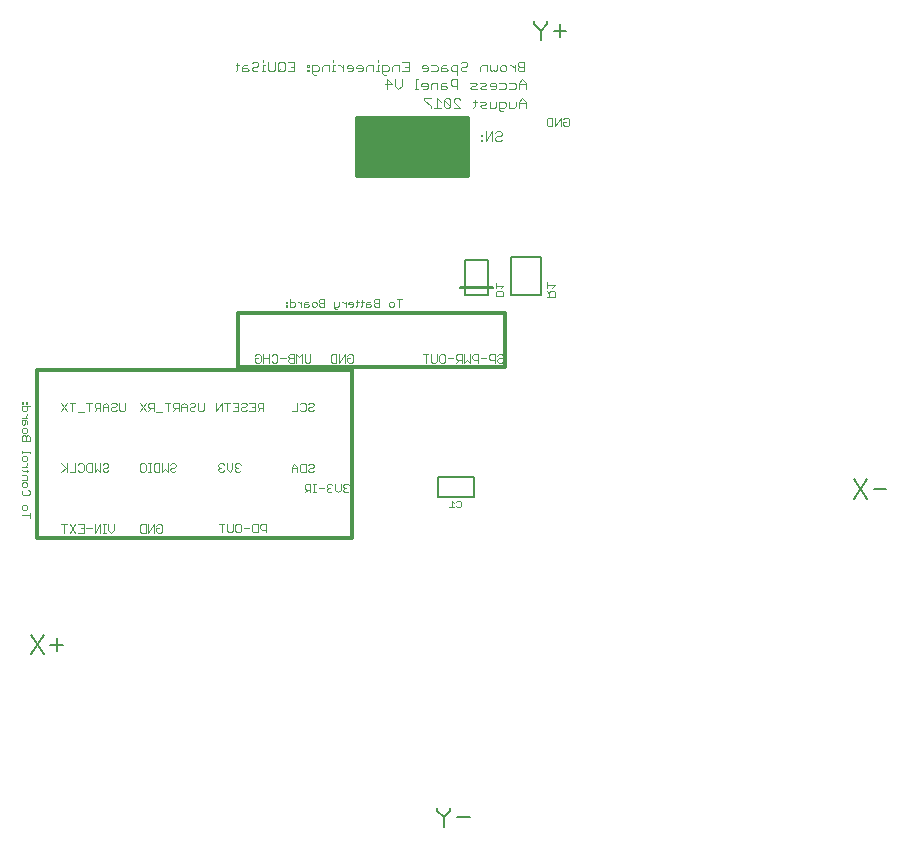
<source format=gbo>
G75*
%MOIN*%
%OFA0B0*%
%FSLAX25Y25*%
%IPPOS*%
%LPD*%
%AMOC8*
5,1,8,0,0,1.08239X$1,22.5*
%
%ADD10C,0.01000*%
%ADD11C,0.00600*%
%ADD12C,0.00300*%
%ADD13C,0.00200*%
%ADD14C,0.01181*%
%ADD15C,0.00500*%
D10*
X0232430Y0372587D02*
X0232430Y0392272D01*
X0269831Y0392272D01*
X0269831Y0372587D01*
X0232430Y0372587D01*
X0232430Y0372849D02*
X0269831Y0372849D01*
X0269831Y0373847D02*
X0232430Y0373847D01*
X0232430Y0374846D02*
X0269831Y0374846D01*
X0269831Y0375844D02*
X0232430Y0375844D01*
X0232430Y0376843D02*
X0269831Y0376843D01*
X0269831Y0377841D02*
X0232430Y0377841D01*
X0232430Y0378840D02*
X0269831Y0378840D01*
X0269831Y0379838D02*
X0232430Y0379838D01*
X0232430Y0380837D02*
X0269831Y0380837D01*
X0269831Y0381835D02*
X0232430Y0381835D01*
X0232430Y0382834D02*
X0269831Y0382834D01*
X0269831Y0383832D02*
X0232430Y0383832D01*
X0232430Y0384831D02*
X0269831Y0384831D01*
X0269831Y0385829D02*
X0232430Y0385829D01*
X0232430Y0386828D02*
X0269831Y0386828D01*
X0269831Y0387826D02*
X0232430Y0387826D01*
X0232430Y0388825D02*
X0269831Y0388825D01*
X0269831Y0389823D02*
X0232430Y0389823D01*
X0232430Y0390822D02*
X0269831Y0390822D01*
X0269831Y0391820D02*
X0232430Y0391820D01*
D11*
X0128440Y0219450D02*
X0124170Y0213045D01*
X0128440Y0213045D02*
X0124170Y0219450D01*
X0130616Y0216248D02*
X0134886Y0216248D01*
X0132751Y0218383D02*
X0132751Y0214112D01*
X0259603Y0161970D02*
X0259603Y0160902D01*
X0261738Y0158767D01*
X0261738Y0155565D01*
X0261738Y0158767D02*
X0263873Y0160902D01*
X0263873Y0161970D01*
X0266049Y0158767D02*
X0270319Y0158767D01*
X0398579Y0265013D02*
X0402850Y0271419D01*
X0405025Y0268216D02*
X0409295Y0268216D01*
X0402850Y0265013D02*
X0398579Y0271419D01*
X0300467Y0418837D02*
X0300467Y0423107D01*
X0302602Y0420972D02*
X0298332Y0420972D01*
X0296157Y0423107D02*
X0294022Y0420972D01*
X0294022Y0417769D01*
X0294022Y0420972D02*
X0291887Y0423107D01*
X0291887Y0424175D01*
X0296157Y0424175D02*
X0296157Y0423107D01*
D12*
X0288579Y0410629D02*
X0286956Y0410629D01*
X0286415Y0410088D01*
X0286415Y0409547D01*
X0286956Y0409006D01*
X0288579Y0409006D01*
X0286956Y0409006D02*
X0286415Y0408465D01*
X0286415Y0407924D01*
X0286956Y0407383D01*
X0288579Y0407383D01*
X0288579Y0410629D01*
X0285317Y0409547D02*
X0285317Y0407383D01*
X0285317Y0408465D02*
X0284234Y0409547D01*
X0283693Y0409547D01*
X0282598Y0409006D02*
X0282598Y0407924D01*
X0282057Y0407383D01*
X0280975Y0407383D01*
X0280434Y0407924D01*
X0280434Y0409006D01*
X0280975Y0409547D01*
X0282057Y0409547D01*
X0282598Y0409006D01*
X0279335Y0409547D02*
X0279335Y0407924D01*
X0278794Y0407383D01*
X0278253Y0407924D01*
X0277712Y0407383D01*
X0277171Y0407924D01*
X0277171Y0409547D01*
X0276072Y0409547D02*
X0274449Y0409547D01*
X0273908Y0409006D01*
X0273908Y0407383D01*
X0276072Y0407383D02*
X0276072Y0409547D01*
X0275381Y0403642D02*
X0273758Y0403642D01*
X0274299Y0402560D02*
X0275381Y0402560D01*
X0275922Y0403101D01*
X0275381Y0403642D01*
X0274299Y0402560D02*
X0273758Y0402019D01*
X0274299Y0401478D01*
X0275922Y0401478D01*
X0277021Y0402560D02*
X0279185Y0402560D01*
X0279185Y0403101D02*
X0278644Y0403642D01*
X0277562Y0403642D01*
X0277021Y0403101D01*
X0277021Y0402560D01*
X0277562Y0401478D02*
X0278644Y0401478D01*
X0279185Y0402019D01*
X0279185Y0403101D01*
X0280284Y0403642D02*
X0281907Y0403642D01*
X0282448Y0403101D01*
X0282448Y0402019D01*
X0281907Y0401478D01*
X0280284Y0401478D01*
X0283546Y0401478D02*
X0285169Y0401478D01*
X0285710Y0402019D01*
X0285710Y0403101D01*
X0285169Y0403642D01*
X0283546Y0403642D01*
X0286809Y0403642D02*
X0286809Y0401478D01*
X0286809Y0403101D02*
X0288973Y0403101D01*
X0288973Y0403642D02*
X0287891Y0404724D01*
X0286809Y0403642D01*
X0288973Y0403642D02*
X0288973Y0401478D01*
X0287891Y0398424D02*
X0286809Y0397342D01*
X0286809Y0395178D01*
X0285710Y0395719D02*
X0285169Y0395178D01*
X0283546Y0395178D01*
X0283546Y0397342D01*
X0282448Y0396801D02*
X0282448Y0395719D01*
X0281907Y0395178D01*
X0280284Y0395178D01*
X0280284Y0394637D02*
X0280284Y0397342D01*
X0281907Y0397342D01*
X0282448Y0396801D01*
X0281366Y0394096D02*
X0280825Y0394096D01*
X0280284Y0394637D01*
X0279185Y0395719D02*
X0278644Y0395178D01*
X0277021Y0395178D01*
X0277021Y0397342D01*
X0275922Y0396801D02*
X0275381Y0397342D01*
X0273758Y0397342D01*
X0272660Y0397342D02*
X0271578Y0397342D01*
X0272119Y0397883D02*
X0272119Y0395719D01*
X0271578Y0395178D01*
X0273758Y0395719D02*
X0274299Y0396260D01*
X0275381Y0396260D01*
X0275922Y0396801D01*
X0275922Y0395178D02*
X0274299Y0395178D01*
X0273758Y0395719D01*
X0279185Y0395719D02*
X0279185Y0397342D01*
X0285710Y0397342D02*
X0285710Y0395719D01*
X0286809Y0396801D02*
X0288973Y0396801D01*
X0288973Y0397342D02*
X0287891Y0398424D01*
X0288973Y0397342D02*
X0288973Y0395178D01*
X0281099Y0386860D02*
X0281099Y0386319D01*
X0280558Y0385778D01*
X0279476Y0385778D01*
X0278935Y0385237D01*
X0278935Y0384696D01*
X0279476Y0384155D01*
X0280558Y0384155D01*
X0281099Y0384696D01*
X0281099Y0386860D02*
X0280558Y0387401D01*
X0279476Y0387401D01*
X0278935Y0386860D01*
X0277836Y0387401D02*
X0275672Y0384155D01*
X0275672Y0387401D01*
X0274574Y0386319D02*
X0274574Y0385778D01*
X0274033Y0385778D01*
X0274033Y0386319D01*
X0274574Y0386319D01*
X0274574Y0384696D02*
X0274574Y0384155D01*
X0274033Y0384155D01*
X0274033Y0384696D01*
X0274574Y0384696D01*
X0277836Y0384155D02*
X0277836Y0387401D01*
X0267222Y0395178D02*
X0265058Y0397342D01*
X0265058Y0397883D01*
X0265599Y0398424D01*
X0266681Y0398424D01*
X0267222Y0397883D01*
X0267222Y0395178D02*
X0265058Y0395178D01*
X0263959Y0395719D02*
X0261795Y0397883D01*
X0261795Y0395719D01*
X0262336Y0395178D01*
X0263418Y0395178D01*
X0263959Y0395719D01*
X0263959Y0397883D01*
X0263418Y0398424D01*
X0262336Y0398424D01*
X0261795Y0397883D01*
X0260697Y0397342D02*
X0259615Y0398424D01*
X0259615Y0395178D01*
X0260697Y0395178D02*
X0258533Y0395178D01*
X0257434Y0395178D02*
X0257434Y0395719D01*
X0255270Y0397883D01*
X0255270Y0398424D01*
X0257434Y0398424D01*
X0257445Y0401478D02*
X0257445Y0403101D01*
X0257986Y0403642D01*
X0259609Y0403642D01*
X0259609Y0401478D01*
X0260708Y0401478D02*
X0262331Y0401478D01*
X0262872Y0402019D01*
X0262331Y0402560D01*
X0260708Y0402560D01*
X0260708Y0403101D02*
X0260708Y0401478D01*
X0260708Y0403101D02*
X0261249Y0403642D01*
X0262331Y0403642D01*
X0263970Y0404183D02*
X0263970Y0403101D01*
X0264511Y0402560D01*
X0266134Y0402560D01*
X0266134Y0401478D02*
X0266134Y0404724D01*
X0264511Y0404724D01*
X0263970Y0404183D01*
X0266285Y0406301D02*
X0266285Y0409547D01*
X0264662Y0409547D01*
X0264120Y0409006D01*
X0264120Y0407924D01*
X0264662Y0407383D01*
X0266285Y0407383D01*
X0267383Y0407924D02*
X0267924Y0407383D01*
X0269006Y0407383D01*
X0269547Y0407924D01*
X0269006Y0409006D02*
X0267924Y0409006D01*
X0267383Y0408465D01*
X0267383Y0407924D01*
X0269006Y0409006D02*
X0269547Y0409547D01*
X0269547Y0410088D01*
X0269006Y0410629D01*
X0267924Y0410629D01*
X0267383Y0410088D01*
X0263022Y0407924D02*
X0262481Y0408465D01*
X0260858Y0408465D01*
X0260858Y0409006D02*
X0260858Y0407383D01*
X0262481Y0407383D01*
X0263022Y0407924D01*
X0262481Y0409547D02*
X0261399Y0409547D01*
X0260858Y0409006D01*
X0259759Y0409006D02*
X0259759Y0407924D01*
X0259218Y0407383D01*
X0257595Y0407383D01*
X0256497Y0407924D02*
X0256497Y0409006D01*
X0255956Y0409547D01*
X0254874Y0409547D01*
X0254333Y0409006D01*
X0254333Y0408465D01*
X0256497Y0408465D01*
X0256497Y0407924D02*
X0255956Y0407383D01*
X0254874Y0407383D01*
X0253084Y0404724D02*
X0252543Y0404724D01*
X0252543Y0401478D01*
X0253084Y0401478D02*
X0252002Y0401478D01*
X0254183Y0402560D02*
X0256347Y0402560D01*
X0256347Y0403101D02*
X0255806Y0403642D01*
X0254724Y0403642D01*
X0254183Y0403101D01*
X0254183Y0402560D01*
X0254724Y0401478D02*
X0255806Y0401478D01*
X0256347Y0402019D01*
X0256347Y0403101D01*
X0257595Y0409547D02*
X0259218Y0409547D01*
X0259759Y0409006D01*
X0249971Y0409006D02*
X0248889Y0409006D01*
X0249971Y0407383D02*
X0247807Y0407383D01*
X0246709Y0407383D02*
X0246709Y0409547D01*
X0245086Y0409547D01*
X0244545Y0409006D01*
X0244545Y0407383D01*
X0243446Y0407924D02*
X0242905Y0407383D01*
X0241282Y0407383D01*
X0241282Y0406842D02*
X0241282Y0409547D01*
X0242905Y0409547D01*
X0243446Y0409006D01*
X0243446Y0407924D01*
X0242364Y0406301D02*
X0241823Y0406301D01*
X0241282Y0406842D01*
X0240184Y0407383D02*
X0239102Y0407383D01*
X0239643Y0407383D02*
X0239643Y0409547D01*
X0240184Y0409547D01*
X0239643Y0410629D02*
X0239643Y0411170D01*
X0238008Y0409547D02*
X0236385Y0409547D01*
X0235844Y0409006D01*
X0235844Y0407383D01*
X0234746Y0407924D02*
X0234746Y0409006D01*
X0234205Y0409547D01*
X0233123Y0409547D01*
X0232582Y0409006D01*
X0232582Y0408465D01*
X0234746Y0408465D01*
X0234746Y0407924D02*
X0234205Y0407383D01*
X0233123Y0407383D01*
X0231483Y0407924D02*
X0231483Y0409006D01*
X0230942Y0409547D01*
X0229860Y0409547D01*
X0229319Y0409006D01*
X0229319Y0408465D01*
X0231483Y0408465D01*
X0231483Y0407924D02*
X0230942Y0407383D01*
X0229860Y0407383D01*
X0228221Y0407383D02*
X0228221Y0409547D01*
X0228221Y0408465D02*
X0227139Y0409547D01*
X0226598Y0409547D01*
X0225502Y0409547D02*
X0224961Y0409547D01*
X0224961Y0407383D01*
X0225502Y0407383D02*
X0224420Y0407383D01*
X0223327Y0407383D02*
X0223327Y0409547D01*
X0221704Y0409547D01*
X0221163Y0409006D01*
X0221163Y0407383D01*
X0220064Y0407924D02*
X0219523Y0407383D01*
X0217900Y0407383D01*
X0217900Y0406842D02*
X0217900Y0409547D01*
X0219523Y0409547D01*
X0220064Y0409006D01*
X0220064Y0407924D01*
X0218982Y0406301D02*
X0218441Y0406301D01*
X0217900Y0406842D01*
X0216801Y0407383D02*
X0216801Y0407924D01*
X0216260Y0407924D01*
X0216260Y0407383D01*
X0216801Y0407383D01*
X0216801Y0409006D02*
X0216801Y0409547D01*
X0216260Y0409547D01*
X0216260Y0409006D01*
X0216801Y0409006D01*
X0211907Y0409006D02*
X0210825Y0409006D01*
X0211907Y0407383D02*
X0209743Y0407383D01*
X0208645Y0407924D02*
X0208104Y0407383D01*
X0207022Y0407383D01*
X0206481Y0407924D01*
X0206481Y0410088D01*
X0207022Y0410629D01*
X0208104Y0410629D01*
X0208645Y0410088D01*
X0208645Y0407924D01*
X0207563Y0408465D02*
X0206481Y0407383D01*
X0205382Y0407924D02*
X0205382Y0410629D01*
X0203218Y0410629D02*
X0203218Y0407924D01*
X0203759Y0407383D01*
X0204841Y0407383D01*
X0205382Y0407924D01*
X0202120Y0407383D02*
X0201038Y0407383D01*
X0201579Y0407383D02*
X0201579Y0409547D01*
X0202120Y0409547D01*
X0201579Y0410629D02*
X0201579Y0411170D01*
X0199945Y0410088D02*
X0199945Y0409547D01*
X0199404Y0409006D01*
X0198322Y0409006D01*
X0197780Y0408465D01*
X0197780Y0407924D01*
X0198322Y0407383D01*
X0199404Y0407383D01*
X0199945Y0407924D01*
X0199945Y0410088D02*
X0199404Y0410629D01*
X0198322Y0410629D01*
X0197780Y0410088D01*
X0196141Y0409547D02*
X0195059Y0409547D01*
X0194518Y0409006D01*
X0194518Y0407383D01*
X0196141Y0407383D01*
X0196682Y0407924D01*
X0196141Y0408465D01*
X0194518Y0408465D01*
X0193419Y0409547D02*
X0192337Y0409547D01*
X0192878Y0410088D02*
X0192878Y0407924D01*
X0192337Y0407383D01*
X0209743Y0410629D02*
X0211907Y0410629D01*
X0211907Y0407383D01*
X0224961Y0410629D02*
X0224961Y0411170D01*
X0238008Y0409547D02*
X0238008Y0407383D01*
X0242761Y0404724D02*
X0244384Y0403101D01*
X0242220Y0403101D01*
X0242761Y0401478D02*
X0242761Y0404724D01*
X0245482Y0404724D02*
X0245482Y0402560D01*
X0246564Y0401478D01*
X0247646Y0402560D01*
X0247646Y0404724D01*
X0249971Y0407383D02*
X0249971Y0410629D01*
X0247807Y0410629D01*
X0270496Y0403642D02*
X0272119Y0403642D01*
X0272660Y0403101D01*
X0272119Y0402560D01*
X0271037Y0402560D01*
X0270496Y0402019D01*
X0271037Y0401478D01*
X0272660Y0401478D01*
X0295966Y0337093D02*
X0295966Y0335192D01*
X0295966Y0336142D02*
X0298818Y0336142D01*
X0297867Y0335192D01*
X0297392Y0334193D02*
X0296916Y0333718D01*
X0296916Y0332292D01*
X0296916Y0333242D02*
X0295966Y0334193D01*
X0297392Y0334193D02*
X0298342Y0334193D01*
X0298818Y0333718D01*
X0298818Y0332292D01*
X0295966Y0332292D01*
D13*
X0281545Y0332530D02*
X0281545Y0333809D01*
X0281118Y0334235D01*
X0279413Y0334235D01*
X0278987Y0333809D01*
X0278987Y0332530D01*
X0281545Y0332530D01*
X0280692Y0335068D02*
X0281545Y0335920D01*
X0278987Y0335920D01*
X0278987Y0335068D02*
X0278987Y0336773D01*
X0278687Y0313159D02*
X0277286Y0313159D01*
X0276819Y0312692D01*
X0276819Y0311758D01*
X0277286Y0311291D01*
X0278687Y0311291D01*
X0279581Y0311291D02*
X0279581Y0310824D01*
X0280048Y0310357D01*
X0280983Y0310357D01*
X0281450Y0310824D01*
X0280983Y0311758D02*
X0280048Y0311758D01*
X0279581Y0311291D01*
X0278687Y0310357D02*
X0278687Y0313159D01*
X0279581Y0312692D02*
X0280048Y0313159D01*
X0280983Y0313159D01*
X0281450Y0312692D01*
X0281450Y0312225D01*
X0280983Y0311758D01*
X0275925Y0311758D02*
X0274057Y0311758D01*
X0273163Y0311291D02*
X0271761Y0311291D01*
X0271294Y0311758D01*
X0271294Y0312692D01*
X0271761Y0313159D01*
X0273163Y0313159D01*
X0273163Y0310357D01*
X0270400Y0310357D02*
X0269466Y0311291D01*
X0268532Y0310357D01*
X0268532Y0313159D01*
X0267638Y0313159D02*
X0266237Y0313159D01*
X0265770Y0312692D01*
X0265770Y0311758D01*
X0266237Y0311291D01*
X0267638Y0311291D01*
X0266704Y0311291D02*
X0265770Y0310357D01*
X0264875Y0311758D02*
X0263007Y0311758D01*
X0262113Y0312692D02*
X0262113Y0310824D01*
X0261646Y0310357D01*
X0260712Y0310357D01*
X0260245Y0310824D01*
X0260245Y0312692D01*
X0260712Y0313159D01*
X0261646Y0313159D01*
X0262113Y0312692D01*
X0259351Y0313159D02*
X0259351Y0310824D01*
X0258884Y0310357D01*
X0257950Y0310357D01*
X0257483Y0310824D01*
X0257483Y0313159D01*
X0256588Y0313159D02*
X0254720Y0313159D01*
X0255654Y0313159D02*
X0255654Y0310357D01*
X0267638Y0310357D02*
X0267638Y0313159D01*
X0270400Y0313159D02*
X0270400Y0310357D01*
X0246832Y0328987D02*
X0246832Y0331545D01*
X0247684Y0331545D02*
X0245979Y0331545D01*
X0244720Y0330692D02*
X0245147Y0330266D01*
X0245147Y0329413D01*
X0244720Y0328987D01*
X0243868Y0328987D01*
X0243441Y0329413D01*
X0243441Y0330266D01*
X0243868Y0330692D01*
X0244720Y0330692D01*
X0240071Y0330266D02*
X0238792Y0330266D01*
X0238366Y0329839D01*
X0238366Y0329413D01*
X0238792Y0328987D01*
X0240071Y0328987D01*
X0240071Y0331545D01*
X0238792Y0331545D01*
X0238366Y0331118D01*
X0238366Y0330692D01*
X0238792Y0330266D01*
X0237534Y0329413D02*
X0237108Y0329839D01*
X0235828Y0329839D01*
X0235828Y0330266D02*
X0235828Y0328987D01*
X0237108Y0328987D01*
X0237534Y0329413D01*
X0237108Y0330692D02*
X0236255Y0330692D01*
X0235828Y0330266D01*
X0234996Y0330692D02*
X0234144Y0330692D01*
X0234570Y0331118D02*
X0234570Y0329413D01*
X0234144Y0328987D01*
X0232878Y0329413D02*
X0232452Y0328987D01*
X0232878Y0329413D02*
X0232878Y0331118D01*
X0232452Y0330692D02*
X0233305Y0330692D01*
X0231613Y0330266D02*
X0231186Y0330692D01*
X0230334Y0330692D01*
X0229907Y0330266D01*
X0229907Y0329839D01*
X0231613Y0329839D01*
X0231613Y0329413D02*
X0231613Y0330266D01*
X0231613Y0329413D02*
X0231186Y0328987D01*
X0230334Y0328987D01*
X0229075Y0328987D02*
X0229075Y0330692D01*
X0228223Y0330692D02*
X0229075Y0329839D01*
X0228223Y0330692D02*
X0227796Y0330692D01*
X0226961Y0330692D02*
X0226961Y0329413D01*
X0226534Y0328987D01*
X0225255Y0328987D01*
X0225255Y0328560D02*
X0225681Y0328134D01*
X0226108Y0328134D01*
X0225255Y0328560D02*
X0225255Y0330692D01*
X0221885Y0330266D02*
X0220606Y0330266D01*
X0220180Y0329839D01*
X0220180Y0329413D01*
X0220606Y0328987D01*
X0221885Y0328987D01*
X0221885Y0331545D01*
X0220606Y0331545D01*
X0220180Y0331118D01*
X0220180Y0330692D01*
X0220606Y0330266D01*
X0219348Y0330266D02*
X0219348Y0329413D01*
X0218921Y0328987D01*
X0218069Y0328987D01*
X0217642Y0329413D01*
X0217642Y0330266D01*
X0218069Y0330692D01*
X0218921Y0330692D01*
X0219348Y0330266D01*
X0216810Y0329413D02*
X0216384Y0329839D01*
X0215105Y0329839D01*
X0215105Y0330266D02*
X0215105Y0328987D01*
X0216384Y0328987D01*
X0216810Y0329413D01*
X0216384Y0330692D02*
X0215531Y0330692D01*
X0215105Y0330266D01*
X0214273Y0330692D02*
X0214273Y0328987D01*
X0214273Y0329839D02*
X0213420Y0330692D01*
X0212994Y0330692D01*
X0212158Y0330266D02*
X0211732Y0330692D01*
X0210452Y0330692D01*
X0209620Y0330692D02*
X0209620Y0330266D01*
X0209194Y0330266D01*
X0209194Y0330692D01*
X0209620Y0330692D01*
X0210452Y0331545D02*
X0210452Y0328987D01*
X0211732Y0328987D01*
X0212158Y0329413D01*
X0212158Y0330266D01*
X0209620Y0329413D02*
X0209620Y0328987D01*
X0209194Y0328987D01*
X0209194Y0329413D01*
X0209620Y0329413D01*
X0210331Y0313159D02*
X0209864Y0312692D01*
X0209864Y0312225D01*
X0210331Y0311758D01*
X0211732Y0311758D01*
X0210331Y0311758D02*
X0209864Y0311291D01*
X0209864Y0310824D01*
X0210331Y0310357D01*
X0211732Y0310357D01*
X0211732Y0313159D01*
X0210331Y0313159D01*
X0208970Y0311758D02*
X0207102Y0311758D01*
X0206208Y0312692D02*
X0206208Y0310824D01*
X0205741Y0310357D01*
X0204806Y0310357D01*
X0204339Y0310824D01*
X0203445Y0310357D02*
X0203445Y0313159D01*
X0204339Y0312692D02*
X0204806Y0313159D01*
X0205741Y0313159D01*
X0206208Y0312692D01*
X0203445Y0311758D02*
X0201577Y0311758D01*
X0200683Y0312692D02*
X0200683Y0310824D01*
X0200216Y0310357D01*
X0199282Y0310357D01*
X0198815Y0310824D01*
X0198815Y0311758D01*
X0199749Y0311758D01*
X0200683Y0312692D02*
X0200216Y0313159D01*
X0199282Y0313159D01*
X0198815Y0312692D01*
X0201577Y0313159D02*
X0201577Y0310357D01*
X0212626Y0310357D02*
X0212626Y0313159D01*
X0213561Y0312225D01*
X0214495Y0313159D01*
X0214495Y0310357D01*
X0215389Y0310824D02*
X0215389Y0313159D01*
X0217257Y0313159D02*
X0217257Y0310824D01*
X0216790Y0310357D01*
X0215856Y0310357D01*
X0215389Y0310824D01*
X0224085Y0310824D02*
X0224085Y0312692D01*
X0224552Y0313159D01*
X0225953Y0313159D01*
X0225953Y0310357D01*
X0224552Y0310357D01*
X0224085Y0310824D01*
X0226847Y0310357D02*
X0226847Y0313159D01*
X0228715Y0313159D02*
X0226847Y0310357D01*
X0228715Y0310357D02*
X0228715Y0313159D01*
X0229610Y0312692D02*
X0230077Y0313159D01*
X0231011Y0313159D01*
X0231478Y0312692D01*
X0231478Y0310824D01*
X0231011Y0310357D01*
X0230077Y0310357D01*
X0229610Y0310824D01*
X0229610Y0311758D01*
X0230544Y0311758D01*
X0217945Y0297017D02*
X0218412Y0296550D01*
X0218412Y0296083D01*
X0217945Y0295616D01*
X0217011Y0295616D01*
X0216544Y0295149D01*
X0216544Y0294682D01*
X0217011Y0294215D01*
X0217945Y0294215D01*
X0218412Y0294682D01*
X0217945Y0297017D02*
X0217011Y0297017D01*
X0216544Y0296550D01*
X0215650Y0296550D02*
X0215650Y0294682D01*
X0215183Y0294215D01*
X0214249Y0294215D01*
X0213782Y0294682D01*
X0212888Y0294215D02*
X0211019Y0294215D01*
X0212888Y0294215D02*
X0212888Y0297017D01*
X0213782Y0296550D02*
X0214249Y0297017D01*
X0215183Y0297017D01*
X0215650Y0296550D01*
X0201503Y0297017D02*
X0201503Y0294215D01*
X0201503Y0295149D02*
X0200101Y0295149D01*
X0199634Y0295616D01*
X0199634Y0296550D01*
X0200101Y0297017D01*
X0201503Y0297017D01*
X0200568Y0295149D02*
X0199634Y0294215D01*
X0198740Y0294215D02*
X0196872Y0294215D01*
X0195978Y0294682D02*
X0195511Y0294215D01*
X0194577Y0294215D01*
X0194110Y0294682D01*
X0194110Y0295149D01*
X0194577Y0295616D01*
X0195511Y0295616D01*
X0195978Y0296083D01*
X0195978Y0296550D01*
X0195511Y0297017D01*
X0194577Y0297017D01*
X0194110Y0296550D01*
X0193215Y0297017D02*
X0193215Y0294215D01*
X0191347Y0294215D01*
X0192281Y0295616D02*
X0193215Y0295616D01*
X0193215Y0297017D02*
X0191347Y0297017D01*
X0190453Y0297017D02*
X0188585Y0297017D01*
X0187691Y0297017D02*
X0185822Y0294215D01*
X0185822Y0297017D01*
X0187691Y0297017D02*
X0187691Y0294215D01*
X0189519Y0294215D02*
X0189519Y0297017D01*
X0196872Y0297017D02*
X0198740Y0297017D01*
X0198740Y0294215D01*
X0198740Y0295616D02*
X0197806Y0295616D01*
X0181634Y0294682D02*
X0181166Y0294215D01*
X0180232Y0294215D01*
X0179765Y0294682D01*
X0179765Y0297017D01*
X0178871Y0296550D02*
X0178871Y0296083D01*
X0178404Y0295616D01*
X0177470Y0295616D01*
X0177003Y0295149D01*
X0177003Y0294682D01*
X0177470Y0294215D01*
X0178404Y0294215D01*
X0178871Y0294682D01*
X0178871Y0296550D02*
X0178404Y0297017D01*
X0177470Y0297017D01*
X0177003Y0296550D01*
X0176109Y0296083D02*
X0175175Y0297017D01*
X0174241Y0296083D01*
X0174241Y0294215D01*
X0173346Y0294215D02*
X0173346Y0297017D01*
X0171945Y0297017D01*
X0171478Y0296550D01*
X0171478Y0295616D01*
X0171945Y0295149D01*
X0173346Y0295149D01*
X0172412Y0295149D02*
X0171478Y0294215D01*
X0169650Y0294215D02*
X0169650Y0297017D01*
X0170584Y0297017D02*
X0168716Y0297017D01*
X0167822Y0293748D02*
X0165954Y0293748D01*
X0165059Y0294215D02*
X0165059Y0297017D01*
X0163658Y0297017D01*
X0163191Y0296550D01*
X0163191Y0295616D01*
X0163658Y0295149D01*
X0165059Y0295149D01*
X0164125Y0295149D02*
X0163191Y0294215D01*
X0162297Y0294215D02*
X0160429Y0297017D01*
X0162297Y0297017D02*
X0160429Y0294215D01*
X0155452Y0294682D02*
X0155452Y0297017D01*
X0153584Y0297017D02*
X0153584Y0294682D01*
X0154051Y0294215D01*
X0154985Y0294215D01*
X0155452Y0294682D01*
X0152690Y0294682D02*
X0152223Y0294215D01*
X0151289Y0294215D01*
X0150822Y0294682D01*
X0150822Y0295149D01*
X0151289Y0295616D01*
X0152223Y0295616D01*
X0152690Y0296083D01*
X0152690Y0296550D01*
X0152223Y0297017D01*
X0151289Y0297017D01*
X0150822Y0296550D01*
X0149928Y0296083D02*
X0148994Y0297017D01*
X0148059Y0296083D01*
X0148059Y0294215D01*
X0147165Y0294215D02*
X0147165Y0297017D01*
X0145764Y0297017D01*
X0145297Y0296550D01*
X0145297Y0295616D01*
X0145764Y0295149D01*
X0147165Y0295149D01*
X0146231Y0295149D02*
X0145297Y0294215D01*
X0143469Y0294215D02*
X0143469Y0297017D01*
X0144403Y0297017D02*
X0142535Y0297017D01*
X0141641Y0293748D02*
X0139772Y0293748D01*
X0137944Y0294215D02*
X0137944Y0297017D01*
X0138878Y0297017D02*
X0137010Y0297017D01*
X0136116Y0297017D02*
X0134248Y0294215D01*
X0136116Y0294215D02*
X0134248Y0297017D01*
X0123671Y0295783D02*
X0121113Y0295783D01*
X0121113Y0294504D01*
X0121539Y0294078D01*
X0122392Y0294078D01*
X0122818Y0294504D01*
X0122818Y0295783D01*
X0122818Y0296615D02*
X0122392Y0296615D01*
X0122392Y0297042D01*
X0122818Y0297042D01*
X0122818Y0296615D01*
X0121539Y0296615D02*
X0121113Y0296615D01*
X0121113Y0297042D01*
X0121539Y0297042D01*
X0121539Y0296615D01*
X0122818Y0293242D02*
X0122818Y0292816D01*
X0121965Y0291963D01*
X0121965Y0291131D02*
X0121965Y0289852D01*
X0121539Y0289426D01*
X0121113Y0289852D01*
X0121113Y0291131D01*
X0122392Y0291131D01*
X0122818Y0290705D01*
X0122818Y0289852D01*
X0122392Y0288593D02*
X0122818Y0288167D01*
X0122818Y0287314D01*
X0122392Y0286888D01*
X0121539Y0286888D01*
X0121113Y0287314D01*
X0121113Y0288167D01*
X0121539Y0288593D01*
X0122392Y0288593D01*
X0122818Y0286056D02*
X0122392Y0285629D01*
X0122392Y0284350D01*
X0123671Y0284350D02*
X0123671Y0285629D01*
X0123244Y0286056D01*
X0122818Y0286056D01*
X0122392Y0285629D02*
X0121965Y0286056D01*
X0121539Y0286056D01*
X0121113Y0285629D01*
X0121113Y0284350D01*
X0123671Y0284350D01*
X0123671Y0280547D02*
X0121113Y0280547D01*
X0121113Y0280121D02*
X0121113Y0280974D01*
X0121539Y0279289D02*
X0122392Y0279289D01*
X0122818Y0278862D01*
X0122818Y0278010D01*
X0122392Y0277583D01*
X0121539Y0277583D01*
X0121113Y0278010D01*
X0121113Y0278862D01*
X0121539Y0279289D01*
X0123671Y0280121D02*
X0123671Y0280547D01*
X0122818Y0276748D02*
X0122818Y0276321D01*
X0121965Y0275469D01*
X0121113Y0275469D02*
X0122818Y0275469D01*
X0122818Y0274630D02*
X0122818Y0273777D01*
X0123244Y0274203D02*
X0121539Y0274203D01*
X0121113Y0274630D01*
X0121113Y0272945D02*
X0122392Y0272945D01*
X0122818Y0272518D01*
X0122818Y0271239D01*
X0121113Y0271239D01*
X0121539Y0270407D02*
X0122392Y0270407D01*
X0122818Y0269981D01*
X0122818Y0269128D01*
X0122392Y0268702D01*
X0121539Y0268702D01*
X0121113Y0269128D01*
X0121113Y0269981D01*
X0121539Y0270407D01*
X0121539Y0267870D02*
X0121113Y0267443D01*
X0121113Y0266591D01*
X0121539Y0266164D01*
X0123244Y0266164D01*
X0123671Y0266591D01*
X0123671Y0267443D01*
X0123244Y0267870D01*
X0122392Y0262794D02*
X0122818Y0262368D01*
X0122818Y0261515D01*
X0122392Y0261089D01*
X0121539Y0261089D01*
X0121113Y0261515D01*
X0121113Y0262368D01*
X0121539Y0262794D01*
X0122392Y0262794D01*
X0123671Y0260257D02*
X0123671Y0258551D01*
X0123671Y0259404D02*
X0121113Y0259404D01*
X0134248Y0256466D02*
X0136116Y0256466D01*
X0137010Y0256466D02*
X0138878Y0253664D01*
X0139772Y0253664D02*
X0141641Y0253664D01*
X0141641Y0256466D01*
X0139772Y0256466D01*
X0138878Y0256466D02*
X0137010Y0253664D01*
X0135182Y0253664D02*
X0135182Y0256466D01*
X0140707Y0255065D02*
X0141641Y0255065D01*
X0142535Y0255065D02*
X0144403Y0255065D01*
X0145297Y0253664D02*
X0145297Y0256466D01*
X0147165Y0256466D02*
X0145297Y0253664D01*
X0147165Y0253664D02*
X0147165Y0256466D01*
X0148073Y0256466D02*
X0149007Y0256466D01*
X0148540Y0256466D02*
X0148540Y0253664D01*
X0149007Y0253664D02*
X0148073Y0253664D01*
X0149901Y0254598D02*
X0149901Y0256466D01*
X0149901Y0254598D02*
X0150835Y0253664D01*
X0151769Y0254598D01*
X0151769Y0256466D01*
X0160429Y0255999D02*
X0160896Y0256466D01*
X0162297Y0256466D01*
X0162297Y0253664D01*
X0160896Y0253664D01*
X0160429Y0254131D01*
X0160429Y0255999D01*
X0163191Y0256466D02*
X0163191Y0253664D01*
X0165059Y0256466D01*
X0165059Y0253664D01*
X0165953Y0254131D02*
X0165953Y0255065D01*
X0166888Y0255065D01*
X0167822Y0255999D02*
X0167822Y0254131D01*
X0167355Y0253664D01*
X0166421Y0253664D01*
X0165953Y0254131D01*
X0165953Y0255999D02*
X0166421Y0256466D01*
X0167355Y0256466D01*
X0167822Y0255999D01*
X0186753Y0256517D02*
X0188621Y0256517D01*
X0189516Y0256517D02*
X0189516Y0254182D01*
X0189983Y0253715D01*
X0190917Y0253715D01*
X0191384Y0254182D01*
X0191384Y0256517D01*
X0192278Y0256050D02*
X0192745Y0256517D01*
X0193679Y0256517D01*
X0194146Y0256050D01*
X0194146Y0254182D01*
X0193679Y0253715D01*
X0192745Y0253715D01*
X0192278Y0254182D01*
X0192278Y0256050D01*
X0195040Y0255116D02*
X0196909Y0255116D01*
X0197803Y0256050D02*
X0198270Y0256517D01*
X0199671Y0256517D01*
X0199671Y0253715D01*
X0198270Y0253715D01*
X0197803Y0254182D01*
X0197803Y0256050D01*
X0200565Y0256050D02*
X0200565Y0255116D01*
X0201032Y0254649D01*
X0202433Y0254649D01*
X0202433Y0253715D02*
X0202433Y0256517D01*
X0201032Y0256517D01*
X0200565Y0256050D01*
X0215366Y0267057D02*
X0216300Y0267992D01*
X0215833Y0267992D02*
X0217234Y0267992D01*
X0217234Y0267057D02*
X0217234Y0269860D01*
X0215833Y0269860D01*
X0215366Y0269393D01*
X0215366Y0268459D01*
X0215833Y0267992D01*
X0218142Y0267057D02*
X0219076Y0267057D01*
X0218609Y0267057D02*
X0218609Y0269860D01*
X0219076Y0269860D02*
X0218142Y0269860D01*
X0219970Y0268459D02*
X0221838Y0268459D01*
X0222732Y0268926D02*
X0223199Y0268459D01*
X0222732Y0267992D01*
X0222732Y0267525D01*
X0223199Y0267057D01*
X0224133Y0267057D01*
X0224600Y0267525D01*
X0225495Y0267992D02*
X0225495Y0269860D01*
X0224600Y0269393D02*
X0224133Y0269860D01*
X0223199Y0269860D01*
X0222732Y0269393D01*
X0222732Y0268926D01*
X0223199Y0268459D02*
X0223666Y0268459D01*
X0225495Y0267992D02*
X0226429Y0267057D01*
X0227363Y0267992D01*
X0227363Y0269860D01*
X0228257Y0269393D02*
X0228257Y0268926D01*
X0228724Y0268459D01*
X0228257Y0267992D01*
X0228257Y0267525D01*
X0228724Y0267057D01*
X0229658Y0267057D01*
X0230125Y0267525D01*
X0229191Y0268459D02*
X0228724Y0268459D01*
X0228257Y0269393D02*
X0228724Y0269860D01*
X0229658Y0269860D01*
X0230125Y0269393D01*
X0218412Y0274210D02*
X0217945Y0273743D01*
X0217011Y0273743D01*
X0216544Y0274210D01*
X0216544Y0274677D01*
X0217011Y0275144D01*
X0217945Y0275144D01*
X0218412Y0275611D01*
X0218412Y0276078D01*
X0217945Y0276545D01*
X0217011Y0276545D01*
X0216544Y0276078D01*
X0215650Y0276545D02*
X0214249Y0276545D01*
X0213782Y0276078D01*
X0213782Y0274210D01*
X0214249Y0273743D01*
X0215650Y0273743D01*
X0215650Y0276545D01*
X0212888Y0275611D02*
X0211953Y0276545D01*
X0211019Y0275611D01*
X0211019Y0273743D01*
X0211019Y0275144D02*
X0212888Y0275144D01*
X0212888Y0275611D02*
X0212888Y0273743D01*
X0194003Y0274406D02*
X0193536Y0273939D01*
X0192602Y0273939D01*
X0192135Y0274406D01*
X0192135Y0274873D01*
X0192602Y0275341D01*
X0193069Y0275341D01*
X0192602Y0275341D02*
X0192135Y0275808D01*
X0192135Y0276275D01*
X0192602Y0276742D01*
X0193536Y0276742D01*
X0194003Y0276275D01*
X0191240Y0276742D02*
X0191240Y0274873D01*
X0190306Y0273939D01*
X0189372Y0274873D01*
X0189372Y0276742D01*
X0188478Y0276275D02*
X0188011Y0276742D01*
X0187077Y0276742D01*
X0186610Y0276275D01*
X0186610Y0275808D01*
X0187077Y0275341D01*
X0186610Y0274873D01*
X0186610Y0274406D01*
X0187077Y0273939D01*
X0188011Y0273939D01*
X0188478Y0274406D01*
X0187544Y0275341D02*
X0187077Y0275341D01*
X0172426Y0275808D02*
X0171959Y0275341D01*
X0171024Y0275341D01*
X0170557Y0274873D01*
X0170557Y0274406D01*
X0171024Y0273939D01*
X0171959Y0273939D01*
X0172426Y0274406D01*
X0172426Y0275808D02*
X0172426Y0276275D01*
X0171959Y0276742D01*
X0171024Y0276742D01*
X0170557Y0276275D01*
X0169663Y0276742D02*
X0169663Y0273939D01*
X0168729Y0274873D01*
X0167795Y0273939D01*
X0167795Y0276742D01*
X0166901Y0276742D02*
X0165500Y0276742D01*
X0165033Y0276275D01*
X0165033Y0274406D01*
X0165500Y0273939D01*
X0166901Y0273939D01*
X0166901Y0276742D01*
X0164139Y0276742D02*
X0163204Y0276742D01*
X0163672Y0276742D02*
X0163672Y0273939D01*
X0164139Y0273939D02*
X0163204Y0273939D01*
X0162297Y0274406D02*
X0161830Y0273939D01*
X0160896Y0273939D01*
X0160429Y0274406D01*
X0160429Y0276275D01*
X0160896Y0276742D01*
X0161830Y0276742D01*
X0162297Y0276275D01*
X0162297Y0274406D01*
X0149928Y0274406D02*
X0149461Y0273939D01*
X0148527Y0273939D01*
X0148059Y0274406D01*
X0148059Y0274873D01*
X0148527Y0275341D01*
X0149461Y0275341D01*
X0149928Y0275808D01*
X0149928Y0276275D01*
X0149461Y0276742D01*
X0148527Y0276742D01*
X0148059Y0276275D01*
X0147165Y0276742D02*
X0147165Y0273939D01*
X0146231Y0274873D01*
X0145297Y0273939D01*
X0145297Y0276742D01*
X0144403Y0276742D02*
X0143002Y0276742D01*
X0142535Y0276275D01*
X0142535Y0274406D01*
X0143002Y0273939D01*
X0144403Y0273939D01*
X0144403Y0276742D01*
X0141641Y0276275D02*
X0141641Y0274406D01*
X0141174Y0273939D01*
X0140239Y0273939D01*
X0139772Y0274406D01*
X0138878Y0273939D02*
X0137010Y0273939D01*
X0136116Y0273939D02*
X0136116Y0276742D01*
X0135649Y0275341D02*
X0134248Y0273939D01*
X0136116Y0274873D02*
X0134248Y0276742D01*
X0138878Y0276742D02*
X0138878Y0273939D01*
X0139772Y0276275D02*
X0140239Y0276742D01*
X0141174Y0276742D01*
X0141641Y0276275D01*
X0149928Y0294215D02*
X0149928Y0296083D01*
X0149928Y0295616D02*
X0148059Y0295616D01*
X0122818Y0291963D02*
X0121113Y0291963D01*
X0174241Y0295616D02*
X0176109Y0295616D01*
X0176109Y0296083D02*
X0176109Y0294215D01*
X0181634Y0294682D02*
X0181634Y0297017D01*
X0187687Y0256517D02*
X0187687Y0253715D01*
X0263535Y0262060D02*
X0265070Y0262060D01*
X0264303Y0262060D02*
X0264303Y0264362D01*
X0265070Y0263594D01*
X0265837Y0263978D02*
X0266221Y0264362D01*
X0266988Y0264362D01*
X0267372Y0263978D01*
X0267372Y0262443D01*
X0266988Y0262060D01*
X0266221Y0262060D01*
X0265837Y0262443D01*
X0296526Y0389097D02*
X0296059Y0389564D01*
X0296059Y0391432D01*
X0296526Y0391899D01*
X0297927Y0391899D01*
X0297927Y0389097D01*
X0296526Y0389097D01*
X0298821Y0389097D02*
X0298821Y0391899D01*
X0300689Y0391899D02*
X0298821Y0389097D01*
X0300689Y0389097D02*
X0300689Y0391899D01*
X0301583Y0391432D02*
X0302050Y0391899D01*
X0302985Y0391899D01*
X0303452Y0391432D01*
X0303452Y0389564D01*
X0302985Y0389097D01*
X0302050Y0389097D01*
X0301583Y0389564D01*
X0301583Y0390498D01*
X0302518Y0390498D01*
D14*
X0282036Y0326918D02*
X0282036Y0308808D01*
X0193060Y0308808D01*
X0193060Y0326918D01*
X0282036Y0326918D01*
X0231249Y0308020D02*
X0231249Y0251721D01*
X0126131Y0251721D01*
X0126131Y0308020D01*
X0231249Y0308020D01*
D15*
X0268650Y0332824D02*
X0276524Y0332824D01*
X0276524Y0335186D01*
X0268650Y0335186D01*
X0268650Y0335580D01*
X0267076Y0335580D01*
X0267076Y0335186D01*
X0278099Y0335186D01*
X0278099Y0335580D01*
X0276524Y0335580D01*
X0268650Y0335580D01*
X0268650Y0344635D01*
X0276524Y0344635D01*
X0276524Y0335580D01*
X0276524Y0335186D01*
X0284005Y0332824D02*
X0294241Y0332824D01*
X0294241Y0345422D01*
X0284005Y0345422D01*
X0284005Y0332824D01*
X0268650Y0332824D02*
X0268650Y0335186D01*
X0271921Y0272202D02*
X0259897Y0272202D01*
X0259897Y0265690D01*
X0271921Y0265690D01*
X0271921Y0272202D01*
M02*

</source>
